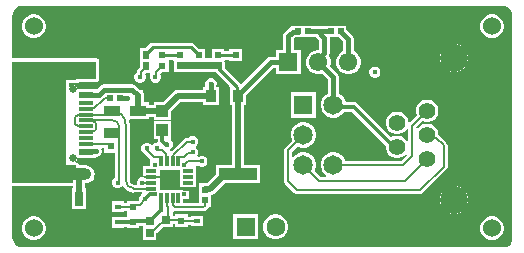
<source format=gbr>
%TF.GenerationSoftware,Altium Limited,Altium Designer,24.4.1 (13)*%
G04 Layer_Physical_Order=1*
G04 Layer_Color=3931*
%FSLAX45Y45*%
%MOMM*%
%TF.SameCoordinates,F106AC90-439F-428E-8782-533256F23A0D*%
%TF.FilePolarity,Positive*%
%TF.FileFunction,Copper,L1,Top,Signal*%
%TF.Part,Single*%
G01*
G75*
%TA.AperFunction,Conductor*%
%ADD10C,0.15240*%
%TA.AperFunction,SMDPad,CuDef*%
%ADD11R,0.40000X0.50000*%
%ADD12R,1.40000X0.90000*%
%ADD13R,1.40000X1.10000*%
%ADD14R,0.30000X0.30000*%
%ADD15R,0.90000X0.30000*%
%ADD16R,0.30000X0.90000*%
%ADD17R,1.80000X1.80000*%
%ADD18R,0.50000X0.40000*%
%ADD19R,0.57247X0.61535*%
%ADD20R,0.67248X0.66817*%
%ADD21R,0.65000X0.65000*%
%ADD22R,3.20000X1.00429*%
%ADD23R,0.89000X1.00429*%
%TA.AperFunction,SMDPad,SMDef*%
%ADD24R,0.65000X1.20000*%
%TA.AperFunction,SMDPad,CuDef*%
%ADD25R,0.55000X0.60000*%
%ADD26R,0.60000X0.55000*%
%TA.AperFunction,TestPad*%
%ADD27R,1.15000X0.60000*%
%TA.AperFunction,SMDPad,CuDef*%
%ADD28R,0.60000X0.50000*%
%ADD29R,0.50000X0.70000*%
%TA.AperFunction,TestPad*%
%ADD30R,1.15000X0.30000*%
%TA.AperFunction,SMDPad,CuDef*%
%ADD31R,1.00000X0.97500*%
%ADD32R,0.46818X0.47247*%
%TA.AperFunction,Conductor*%
%ADD33C,0.40000*%
%ADD34C,0.50800*%
%ADD35C,0.30000*%
%ADD36C,0.25400*%
%ADD37C,0.30800*%
%TA.AperFunction,ComponentPad*%
%ADD38C,1.55000*%
%ADD39R,1.55000X1.55000*%
%TA.AperFunction,ViaPad*%
%ADD40C,1.52400*%
%TA.AperFunction,ComponentPad*%
%ADD41C,1.40000*%
%ADD42R,1.40000X1.40000*%
%ADD43C,2.36000*%
%TA.AperFunction,TestPad*%
%ADD44O,2.10000X1.00000*%
%ADD45C,0.65000*%
%ADD46O,1.80000X1.00000*%
%TA.AperFunction,ComponentPad*%
%ADD47R,1.65000X1.65000*%
%ADD48C,1.65000*%
%ADD49R,1.60000X1.60000*%
%ADD50C,1.60000*%
%TA.AperFunction,ViaPad*%
%ADD51C,0.45000*%
%ADD52C,0.40000*%
G36*
X1705977Y1586689D02*
X1790000D01*
Y1525000D01*
X1410000D01*
Y1586689D01*
X1494024D01*
Y1590000D01*
X1545977D01*
Y1586689D01*
X1654024D01*
Y1590000D01*
X1705977D01*
Y1586689D01*
D02*
G37*
G36*
X100000Y2059999D02*
X4169998Y2060000D01*
X4169999Y2059999D01*
Y2059999D01*
X4170008D01*
X4181818Y2059216D01*
X4193335Y2056926D01*
X4207894Y2050896D01*
X4220997Y2042141D01*
X4232141Y2030998D01*
X4240896Y2017895D01*
X4246926Y2003336D01*
X4250000Y1987879D01*
X4250000Y1980000D01*
X4250000Y80000D01*
X4249999Y79999D01*
X4249999Y68064D01*
X4240865Y46012D01*
X4223987Y29134D01*
X4201934Y19999D01*
X4190000Y20000D01*
X99997D01*
X92117Y19999D01*
X76662Y23074D01*
X62102Y29105D01*
X49000Y37860D01*
X37857Y49003D01*
X29103Y62106D01*
X23073Y76666D01*
X19999Y92122D01*
X20000Y100001D01*
Y534103D01*
X532130D01*
Y515400D01*
X524600D01*
Y344600D01*
X640400D01*
Y515400D01*
X635720D01*
Y558149D01*
X640350D01*
X660034Y560741D01*
X678376Y568338D01*
X694126Y580424D01*
X706212Y596175D01*
X713810Y614516D01*
X716401Y634200D01*
X713810Y653883D01*
X706212Y672225D01*
X694126Y687976D01*
X678376Y700062D01*
X660034Y707659D01*
X640350Y710251D01*
X585798D01*
X583876Y719911D01*
X578262Y728312D01*
X569861Y733926D01*
X559950Y735898D01*
X553752D01*
X551226Y748598D01*
X553760Y749647D01*
X562903Y758790D01*
X567850Y770735D01*
Y770800D01*
X725750D01*
Y783711D01*
X730000D01*
X734472Y784600D01*
X739031D01*
X743242Y786345D01*
X747714Y787234D01*
X751505Y789767D01*
X755717Y791512D01*
X758941Y794735D01*
X762732Y797268D01*
X765265Y801060D01*
X768488Y804283D01*
X770233Y808495D01*
X772766Y812286D01*
X773656Y816758D01*
X775400Y820969D01*
Y825528D01*
X776290Y830000D01*
X775400Y834472D01*
Y839031D01*
X773656Y843242D01*
X773339Y844833D01*
X778427Y854093D01*
X781477Y857530D01*
X781483Y857533D01*
X797100D01*
Y817100D01*
X888833D01*
Y608079D01*
X882867Y605607D01*
X869392Y592133D01*
X862100Y574528D01*
Y555472D01*
X869392Y537867D01*
X882867Y524392D01*
X900472Y517100D01*
X919528D01*
X937133Y524392D01*
X944944Y532203D01*
X948623Y532798D01*
X960423Y530903D01*
X974742Y512242D01*
X996785Y495328D01*
X1022454Y484696D01*
X1050000Y481069D01*
Y481333D01*
X1113196D01*
X1114048Y480830D01*
X1116212Y476577D01*
X1112179Y462642D01*
X1098704Y449168D01*
X1091412Y431562D01*
Y421747D01*
X1082976Y413311D01*
X985977D01*
Y393667D01*
X960400D01*
Y405400D01*
X859600D01*
Y314600D01*
X960400D01*
Y326333D01*
X985977D01*
Y300977D01*
X985976D01*
Y289023D01*
X985977D01*
Y271191D01*
X960400D01*
Y275400D01*
X859600D01*
Y184600D01*
X960400D01*
Y188809D01*
X985977D01*
Y176689D01*
X1094024D01*
Y199023D01*
X1120976D01*
Y80977D01*
X1239024D01*
Y139181D01*
X1242895Y141768D01*
X1292581Y191453D01*
X1295120D01*
X1298372Y192100D01*
X1377900D01*
Y216333D01*
X1395977D01*
Y186689D01*
X1504024D01*
Y206333D01*
X1529600D01*
Y194600D01*
X1630400D01*
Y285400D01*
X1529600D01*
Y273667D01*
X1504024D01*
Y299024D01*
X1395977D01*
Y283667D01*
X1377900D01*
Y307900D01*
X1377900D01*
X1377866Y316862D01*
X1388811Y324807D01*
X1396323Y323313D01*
X1636980D01*
X1649864Y325876D01*
X1660786Y333174D01*
X1673806Y346194D01*
X1681104Y357116D01*
X1681872Y360976D01*
X1704024D01*
Y459450D01*
X1708653Y460371D01*
X1725457Y471599D01*
X1776929Y523071D01*
X1818743Y564886D01*
X2115400D01*
Y716115D01*
X1981795D01*
Y1223886D01*
X1999900D01*
Y1310545D01*
X2228065Y1538710D01*
X2253100D01*
Y1482100D01*
X2458900D01*
Y1687900D01*
X2402290D01*
Y1786826D01*
X2410550Y1795087D01*
X2433875D01*
X2433876Y1795087D01*
X2438350Y1795977D01*
X2566523D01*
Y1798711D01*
X2588326D01*
X2613711Y1773327D01*
Y1687900D01*
X2596453D01*
X2570282Y1680887D01*
X2546818Y1667340D01*
X2527660Y1648182D01*
X2514113Y1624718D01*
X2507100Y1598547D01*
Y1571453D01*
X2514113Y1545282D01*
X2527660Y1521818D01*
X2546818Y1502659D01*
X2570282Y1489112D01*
X2596453Y1482100D01*
X2623547D01*
X2642388Y1487148D01*
X2690711Y1438826D01*
Y1321867D01*
X2670748Y1310342D01*
X2650659Y1290252D01*
X2636453Y1265648D01*
X2629100Y1238205D01*
Y1209795D01*
X2636453Y1182352D01*
X2650659Y1157748D01*
X2670748Y1137659D01*
X2695352Y1123453D01*
X2722795Y1116100D01*
X2751205D01*
X2778648Y1123453D01*
X2803252Y1137659D01*
X2823342Y1157748D01*
X2827510Y1164968D01*
X2894150D01*
X3180581Y878538D01*
Y854457D01*
X3187083Y830193D01*
X3199642Y808439D01*
X3217404Y790677D01*
X3239158Y778118D01*
X3263421Y771616D01*
X3288541D01*
X3312804Y778118D01*
X3334558Y790677D01*
X3348613Y804733D01*
X3361329Y802409D01*
X3362615Y801549D01*
X3362894Y800506D01*
X3312055Y749667D01*
X2839685D01*
X2837547Y757648D01*
X2823342Y782252D01*
X2803252Y802342D01*
X2778648Y816547D01*
X2751205Y823900D01*
X2722795D01*
X2695352Y816547D01*
X2670748Y802342D01*
X2650659Y782252D01*
X2636453Y757648D01*
X2629100Y730205D01*
Y701795D01*
X2636453Y674352D01*
X2650659Y649748D01*
X2670748Y629659D01*
X2676449Y626367D01*
X2673046Y613667D01*
X2632945D01*
X2579416Y667197D01*
X2583547Y674352D01*
X2590900Y701795D01*
Y730205D01*
X2583547Y757648D01*
X2569342Y782252D01*
X2549252Y802342D01*
X2524648Y816547D01*
X2497205Y823900D01*
X2468795D01*
X2441352Y816547D01*
X2416748Y802342D01*
X2396659Y782252D01*
X2395935Y780998D01*
X2383667Y784285D01*
Y823055D01*
X2434197Y873584D01*
X2441352Y869453D01*
X2468795Y862100D01*
X2497205D01*
X2524648Y869453D01*
X2549252Y883659D01*
X2569342Y903748D01*
X2583547Y928352D01*
X2590900Y955795D01*
Y984205D01*
X2583547Y1011648D01*
X2569342Y1036252D01*
X2549252Y1056342D01*
X2524648Y1070547D01*
X2497205Y1077900D01*
X2468795D01*
X2441352Y1070547D01*
X2416748Y1056342D01*
X2396659Y1036252D01*
X2382453Y1011648D01*
X2375100Y984205D01*
Y955795D01*
X2382453Y928352D01*
X2386585Y921197D01*
X2326194Y860806D01*
X2318896Y849884D01*
X2316333Y837000D01*
Y580000D01*
X2318896Y567116D01*
X2326194Y556194D01*
X2406194Y476194D01*
X2417116Y468896D01*
X2430000Y466333D01*
X3470000D01*
X3482884Y468896D01*
X3493806Y476194D01*
X3693806Y676194D01*
X3701104Y687116D01*
X3703667Y700000D01*
Y880000D01*
X3701104Y892884D01*
X3693806Y903806D01*
X3628662Y968951D01*
X3625381Y971143D01*
Y981576D01*
X3618879Y1005839D01*
X3606320Y1027593D01*
X3588558Y1045355D01*
X3566804Y1057915D01*
X3542541Y1064416D01*
X3517421D01*
X3493158Y1057915D01*
X3471404Y1045355D01*
X3454013Y1027964D01*
X3451982Y1027973D01*
X3440688Y1030555D01*
X3439878Y1035301D01*
X3490329Y1085751D01*
X3493158Y1084118D01*
X3517421Y1077616D01*
X3542541D01*
X3566804Y1084118D01*
X3588558Y1096677D01*
X3606320Y1114439D01*
X3618879Y1136193D01*
X3625381Y1160457D01*
Y1185576D01*
X3618879Y1209839D01*
X3606320Y1231593D01*
X3588558Y1249355D01*
X3566804Y1261915D01*
X3542541Y1268416D01*
X3517421D01*
X3493158Y1261915D01*
X3471404Y1249355D01*
X3453642Y1231593D01*
X3441083Y1209839D01*
X3434581Y1185576D01*
Y1160457D01*
X3441083Y1136193D01*
X3442716Y1133364D01*
X3384081Y1074728D01*
X3371381Y1079989D01*
Y1083576D01*
X3364879Y1107839D01*
X3352320Y1129593D01*
X3334558Y1147355D01*
X3312804Y1159915D01*
X3288541Y1166416D01*
X3263421D01*
X3239158Y1159915D01*
X3217404Y1147355D01*
X3199642Y1129593D01*
X3187083Y1107839D01*
X3180581Y1083576D01*
Y1058457D01*
X3187083Y1034193D01*
X3199642Y1012439D01*
X3217404Y994677D01*
X3239158Y982118D01*
X3263421Y975616D01*
X3288541D01*
X3312804Y982118D01*
X3334558Y994677D01*
X3352320Y1012439D01*
X3356344Y1019409D01*
X3369044Y1016006D01*
Y922026D01*
X3356344Y918623D01*
X3352320Y925593D01*
X3334558Y943355D01*
X3312804Y955915D01*
X3288541Y962416D01*
X3263421D01*
X3239158Y955915D01*
X3227561Y949219D01*
X2940797Y1235983D01*
X2927301Y1245001D01*
X2911382Y1248167D01*
X2842231D01*
X2837547Y1265648D01*
X2823342Y1290252D01*
X2803252Y1310342D01*
X2783290Y1321867D01*
Y1457999D01*
X2783290Y1458000D01*
X2779766Y1475714D01*
X2769732Y1490732D01*
X2769731Y1490732D01*
X2707852Y1552612D01*
X2712900Y1571453D01*
Y1598547D01*
X2705888Y1624718D01*
X2697162Y1639831D01*
X2702766Y1648217D01*
X2706290Y1665931D01*
X2706289Y1665933D01*
Y1792499D01*
X2706290Y1792500D01*
X2709143Y1795977D01*
X2781060D01*
X2817711Y1759326D01*
Y1677093D01*
X2800818Y1667340D01*
X2781660Y1648182D01*
X2768113Y1624718D01*
X2761100Y1598547D01*
Y1571453D01*
X2768113Y1545282D01*
X2781660Y1521818D01*
X2800818Y1502659D01*
X2824282Y1489112D01*
X2850453Y1482100D01*
X2877547D01*
X2903718Y1489112D01*
X2927182Y1502659D01*
X2946341Y1521818D01*
X2959888Y1545282D01*
X2966900Y1571453D01*
Y1598547D01*
X2959888Y1624718D01*
X2946341Y1648182D01*
X2927182Y1667340D01*
X2910290Y1677093D01*
Y1778500D01*
X2906766Y1796214D01*
X2896732Y1811232D01*
X2896731Y1811232D01*
X2846523Y1861440D01*
Y1894024D01*
X2668477D01*
Y1891290D01*
X2607502D01*
X2607500Y1891290D01*
X2607499Y1891290D01*
X2566523D01*
Y1894024D01*
X2388477D01*
Y1887089D01*
X2373662Y1884142D01*
X2358645Y1874108D01*
X2358644Y1874107D01*
X2323268Y1838732D01*
X2313234Y1823714D01*
X2309710Y1806000D01*
X2309711Y1805999D01*
Y1687900D01*
X2253100D01*
Y1631289D01*
X2208893D01*
X2208892Y1631290D01*
X2191177Y1627766D01*
X2176160Y1617732D01*
X2176159Y1617731D01*
X1959093Y1400664D01*
X1946454Y1401909D01*
X1944533Y1404784D01*
X1815898Y1533420D01*
Y1586689D01*
X1814765Y1592381D01*
X1822141Y1605082D01*
X1854600D01*
Y1594600D01*
X1965400D01*
Y1695400D01*
X1854600D01*
Y1682775D01*
X1814024D01*
Y1699024D01*
X1705977D01*
Y1615898D01*
X1654024D01*
Y1699024D01*
X1600914D01*
X1560745Y1739192D01*
X1548142Y1747613D01*
X1533276Y1750570D01*
X1206724D01*
X1191858Y1747613D01*
X1179255Y1739192D01*
X1145463Y1705400D01*
X1099600D01*
Y1584600D01*
Y1542212D01*
X1081888Y1524500D01*
X1074590Y1513578D01*
X1072027Y1500694D01*
Y1499768D01*
X1059393Y1487133D01*
X1052100Y1469528D01*
Y1450472D01*
X1059393Y1432867D01*
X1072867Y1419393D01*
X1090472Y1412100D01*
X1109528D01*
X1127133Y1419393D01*
X1140608Y1432867D01*
X1147900Y1450472D01*
Y1469528D01*
X1141856Y1484119D01*
X1149058Y1493702D01*
X1150215Y1494600D01*
X1180266D01*
X1187225Y1481900D01*
X1182100Y1469528D01*
Y1450472D01*
X1189393Y1432867D01*
X1202867Y1419393D01*
X1220472Y1412100D01*
X1239528D01*
X1257133Y1419393D01*
X1270608Y1432867D01*
X1277900Y1450472D01*
Y1469528D01*
X1270608Y1487133D01*
X1270176Y1487564D01*
X1287212Y1504600D01*
X1345400D01*
Y1605082D01*
X1377859D01*
X1385235Y1592381D01*
X1384102Y1586689D01*
Y1525000D01*
X1385977Y1515577D01*
Y1500976D01*
X1400579D01*
X1410000Y1499102D01*
X1740340D01*
X1854169Y1385274D01*
X1860099Y1375114D01*
X1860100D01*
X1860100Y1375114D01*
Y1223886D01*
X1878205D01*
Y716115D01*
X1744600D01*
Y637242D01*
X1667377Y560019D01*
X1653224D01*
X1648219Y559024D01*
X1595976D01*
Y446689D01*
Y390647D01*
X1465400D01*
Y424600D01*
X1515400D01*
Y505400D01*
X1265400D01*
Y605400D01*
X1141598D01*
X1129528Y610400D01*
X1110472D01*
X1092867Y603108D01*
X1079393Y589633D01*
X1072100Y572028D01*
Y552972D01*
X1069223Y548667D01*
X1050000D01*
X1049684Y548604D01*
X1035091Y551507D01*
X1022452Y559952D01*
X1014007Y572591D01*
X1011104Y587184D01*
X1011167Y587500D01*
Y1057500D01*
X1011248D01*
X1008342Y1087007D01*
X1006100Y1094399D01*
X1013665Y1104600D01*
X1175400D01*
Y1121330D01*
X1214600D01*
Y1097100D01*
X1365400D01*
Y1172150D01*
X1440954Y1247705D01*
X1631100D01*
Y1223886D01*
X1770900D01*
Y1375115D01*
X1746789D01*
Y1387791D01*
X1747900Y1390472D01*
Y1409528D01*
X1740608Y1427133D01*
X1727133Y1440607D01*
X1709528Y1447900D01*
X1690472D01*
X1672867Y1440607D01*
X1659393Y1427133D01*
X1652100Y1409528D01*
Y1390472D01*
X1653201Y1387815D01*
X1647880Y1375115D01*
X1631100D01*
Y1351295D01*
X1419500D01*
X1399679Y1347353D01*
X1382875Y1336125D01*
X1292151Y1245400D01*
X1214600D01*
Y1224920D01*
X1175400D01*
Y1245400D01*
X1131795D01*
Y1290974D01*
X1133591Y1300000D01*
X1129648Y1319822D01*
X1127195Y1323492D01*
Y1350400D01*
X1101859D01*
X1067027Y1385232D01*
X1052010Y1395266D01*
X1034296Y1398790D01*
X1034294Y1398789D01*
X796567D01*
X796566Y1398790D01*
X778852Y1395266D01*
X763834Y1385232D01*
X763834Y1385231D01*
X738450Y1359847D01*
X725750Y1361600D01*
Y1361600D01*
X567850D01*
Y1361664D01*
X562903Y1373610D01*
X553760Y1382752D01*
X541815Y1387700D01*
X528886D01*
X516940Y1382752D01*
X508598Y1374409D01*
X504747Y1374753D01*
X495898Y1378067D01*
Y1404102D01*
X559950D01*
X569861Y1406074D01*
X578262Y1411688D01*
X580945Y1415702D01*
X725750D01*
X726036Y1415759D01*
X726323Y1415709D01*
X730980Y1416743D01*
X735660Y1417674D01*
X735903Y1417836D01*
X736188Y1417899D01*
X740096Y1420637D01*
X744062Y1423287D01*
X744224Y1423530D01*
X744463Y1423697D01*
X747027Y1427725D01*
X749676Y1431689D01*
X749733Y1431975D01*
X749890Y1432221D01*
X754140Y1443161D01*
X754967Y1447862D01*
X755898Y1452540D01*
Y1590000D01*
X753926Y1599911D01*
X748312Y1608313D01*
X739911Y1613926D01*
X730000Y1615898D01*
X20000D01*
Y1840000D01*
X20000Y1979999D01*
X20000Y1980000D01*
X20885Y1992333D01*
X23072Y2003336D01*
X29102Y2017895D01*
X37857Y2030999D01*
X49001Y2042142D01*
X62104Y2050897D01*
X76664Y2056927D01*
X92120Y2060000D01*
X100000Y2059999D01*
D02*
G37*
G36*
X730000Y1452540D02*
X725750Y1441600D01*
X559950D01*
Y1430000D01*
X470000D01*
Y710000D01*
X559950D01*
Y690800D01*
X559950Y690800D01*
X559742Y678186D01*
X548725Y670825D01*
X547300Y669399D01*
X536072Y652596D01*
X532130Y632775D01*
Y560000D01*
X20000D01*
Y1590000D01*
X730000D01*
Y1452540D01*
D02*
G37*
%LPC*%
G36*
X4093165Y1990000D02*
X4066835D01*
X4041401Y1983185D01*
X4018599Y1970020D01*
X3999980Y1951401D01*
X3986815Y1928599D01*
X3980000Y1903165D01*
Y1876835D01*
X3986815Y1851401D01*
X3999980Y1828599D01*
X4018599Y1809980D01*
X4041401Y1796815D01*
X4066835Y1790000D01*
X4093165D01*
X4118599Y1796815D01*
X4141401Y1809980D01*
X4160020Y1828599D01*
X4173185Y1851401D01*
X4180000Y1876835D01*
Y1903165D01*
X4173185Y1928599D01*
X4160020Y1951401D01*
X4141401Y1970020D01*
X4118599Y1983185D01*
X4093165Y1990000D01*
D02*
G37*
G36*
X213165D02*
X186835D01*
X161402Y1983185D01*
X138599Y1970020D01*
X119980Y1951401D01*
X106815Y1928599D01*
X100000Y1903165D01*
Y1876835D01*
X106815Y1851401D01*
X119980Y1828599D01*
X138599Y1809980D01*
X161402Y1796815D01*
X186835Y1790000D01*
X213165D01*
X238599Y1796815D01*
X261402Y1809980D01*
X280020Y1828599D01*
X293185Y1851401D01*
X300000Y1876835D01*
Y1903165D01*
X293185Y1928599D01*
X280020Y1951401D01*
X261402Y1970020D01*
X238599Y1983185D01*
X213165Y1990000D01*
D02*
G37*
G36*
X3775516Y1738016D02*
X3744446D01*
X3714435Y1729975D01*
X3687527Y1714440D01*
X3665558Y1692470D01*
X3650022Y1665563D01*
X3641981Y1635551D01*
Y1604481D01*
X3650022Y1574470D01*
X3665558Y1547563D01*
X3687527Y1525593D01*
X3714435Y1510058D01*
X3744446Y1502016D01*
X3775516D01*
X3805527Y1510058D01*
X3832435Y1525593D01*
X3854405Y1547563D01*
X3869940Y1574470D01*
X3877981Y1604481D01*
Y1635551D01*
X3869940Y1665563D01*
X3854405Y1692470D01*
X3832435Y1714440D01*
X3805527Y1729975D01*
X3775516Y1738016D01*
D02*
G37*
G36*
X3097028Y1547900D02*
X3077972D01*
X3060367Y1540608D01*
X3046893Y1527133D01*
X3039600Y1509528D01*
Y1490472D01*
X3046893Y1472867D01*
X3060367Y1459393D01*
X3077972Y1452100D01*
X3097028D01*
X3114633Y1459393D01*
X3128108Y1472867D01*
X3135400Y1490472D01*
Y1509528D01*
X3128108Y1527133D01*
X3114633Y1540608D01*
X3097028Y1547900D01*
D02*
G37*
G36*
X2590900Y1331900D02*
X2375100D01*
Y1116100D01*
X2590900D01*
Y1331900D01*
D02*
G37*
G36*
X1365400Y1082900D02*
X1214600D01*
Y934600D01*
X1248809D01*
Y915215D01*
X1238270Y903100D01*
X1229872D01*
X1212267Y895807D01*
X1199700Y883240D01*
X1187133Y895807D01*
X1169528Y903100D01*
X1150472D01*
X1132867Y895807D01*
X1119392Y882333D01*
X1112100Y864728D01*
Y845672D01*
X1119392Y828067D01*
X1132867Y814592D01*
X1141280Y811108D01*
X1184379Y768009D01*
X1184600Y755400D01*
X1184600Y755400D01*
X1184600Y755400D01*
Y705400D01*
X1124600D01*
Y624600D01*
X1265400D01*
Y674600D01*
X1434600D01*
Y624600D01*
Y524600D01*
X1575400D01*
Y624600D01*
Y705400D01*
X1585642Y711333D01*
X1588426D01*
X1595367Y704393D01*
X1612972Y697100D01*
X1632028D01*
X1649633Y704393D01*
X1663107Y717867D01*
X1670400Y735472D01*
Y754528D01*
X1663107Y772133D01*
X1649633Y785608D01*
X1632028Y792900D01*
X1612972D01*
X1595367Y785608D01*
X1595254Y785494D01*
X1585607Y792867D01*
X1592900Y810472D01*
Y829528D01*
X1585607Y847133D01*
X1573873Y858867D01*
X1572887Y866250D01*
X1573873Y873633D01*
X1585607Y885367D01*
X1592900Y902972D01*
Y922028D01*
X1585607Y939633D01*
X1572133Y953108D01*
X1554528Y960400D01*
X1535472D01*
X1517867Y953108D01*
X1510926Y946167D01*
X1493440D01*
X1480556Y943604D01*
X1469634Y936306D01*
X1368676Y835349D01*
X1355571Y835735D01*
X1357133Y846893D01*
X1370607Y860367D01*
X1377900Y877972D01*
Y897028D01*
X1370607Y914633D01*
X1363340Y921900D01*
X1365400Y934600D01*
X1365400D01*
X1365400Y934601D01*
Y1082900D01*
D02*
G37*
G36*
X3775516Y538016D02*
X3744446D01*
X3714435Y529975D01*
X3687527Y514440D01*
X3665558Y492470D01*
X3650022Y465562D01*
X3641981Y435551D01*
Y404481D01*
X3650022Y374470D01*
X3665558Y347562D01*
X3687527Y325593D01*
X3714435Y310058D01*
X3744446Y302016D01*
X3775516D01*
X3805527Y310058D01*
X3832435Y325593D01*
X3854405Y347562D01*
X3869940Y374470D01*
X3877981Y404481D01*
Y435551D01*
X3869940Y465562D01*
X3854405Y492470D01*
X3832435Y514440D01*
X3805527Y529975D01*
X3775516Y538016D01*
D02*
G37*
G36*
X2260876Y295400D02*
X2233124D01*
X2206317Y288217D01*
X2182283Y274341D01*
X2162659Y254717D01*
X2148783Y230683D01*
X2141600Y203876D01*
Y176124D01*
X2148783Y149317D01*
X2162659Y125283D01*
X2182283Y105659D01*
X2206317Y91783D01*
X2233124Y84600D01*
X2260876D01*
X2287683Y91783D01*
X2311717Y105659D01*
X2331341Y125283D01*
X2345217Y149317D01*
X2352400Y176124D01*
Y203876D01*
X2345217Y230683D01*
X2331341Y254717D01*
X2311717Y274341D01*
X2287683Y288217D01*
X2260876Y295400D01*
D02*
G37*
G36*
X2098400D02*
X1887600D01*
Y84600D01*
X2098400D01*
Y295400D01*
D02*
G37*
G36*
X4093165Y280000D02*
X4066835D01*
X4041401Y273185D01*
X4018599Y260020D01*
X3999980Y241402D01*
X3986815Y218599D01*
X3980000Y193165D01*
Y166835D01*
X3986815Y141402D01*
X3999980Y118599D01*
X4018599Y99980D01*
X4041401Y86815D01*
X4066835Y80000D01*
X4093165D01*
X4118599Y86815D01*
X4141401Y99980D01*
X4160020Y118599D01*
X4173185Y141402D01*
X4180000Y166835D01*
Y193165D01*
X4173185Y218599D01*
X4160020Y241402D01*
X4141401Y260020D01*
X4118599Y273185D01*
X4093165Y280000D01*
D02*
G37*
G36*
X213165D02*
X186835D01*
X161402Y273185D01*
X138599Y260020D01*
X119980Y241402D01*
X106815Y218599D01*
X100000Y193165D01*
Y166835D01*
X106815Y141402D01*
X119980Y118599D01*
X138599Y99980D01*
X161402Y86815D01*
X186835Y80000D01*
X213165D01*
X238599Y86815D01*
X261402Y99980D01*
X280020Y118599D01*
X293185Y141402D01*
X300000Y166835D01*
Y193165D01*
X293185Y218599D01*
X280020Y241402D01*
X261402Y260020D01*
X238599Y273185D01*
X213165Y280000D01*
D02*
G37*
%LPD*%
D10*
X977500Y587500D02*
G03*
X1050000Y515000I72500J0D01*
G01*
X867500Y985000D02*
G03*
X922500Y1040000I0J55000D01*
G01*
D02*
G03*
X871300Y1091200I-51200J0D01*
G01*
X727970Y1056200D02*
G03*
X700350Y1083820I-27620J0D01*
G01*
X977500Y1057500D02*
G03*
X860000Y1175000I-117500J0D01*
G01*
X700350Y998580D02*
G03*
X727970Y1026200I-0J27620D01*
G01*
X799047Y1280000D02*
X840000D01*
X845000Y1285000D01*
X787020Y1267972D02*
X799047Y1280000D01*
X787020Y1266172D02*
Y1267972D01*
X714027Y1193180D02*
X787020Y1266172D01*
X644830Y1193180D02*
X714027D01*
X642850Y1191200D02*
X644830Y1193180D01*
X1120000Y562500D02*
X1121250Y563750D01*
X1193750D02*
X1195000Y565000D01*
X1121250Y563750D02*
X1193750D01*
X1472474Y782500D02*
X1504279Y814306D01*
X1425000Y745000D02*
Y775000D01*
X1432380Y782380D01*
X1441188D01*
X1441308Y782500D02*
X1472474D01*
X1441188Y782380D02*
X1441308Y782500D01*
X1381394Y800455D02*
X1493440Y912500D01*
X1545000D01*
X1539306Y814306D02*
X1545000Y820000D01*
X1504279Y814306D02*
X1539306D01*
X1475000Y715000D02*
X1505000Y745000D01*
X1622500D01*
X910000Y565000D02*
Y573053D01*
X922500Y585553D02*
Y938692D01*
X910000Y573053D02*
X922500Y585553D01*
X885000Y985000D02*
X922380Y947620D01*
Y938812D02*
Y947620D01*
Y938812D02*
X922500Y938692D01*
X860000Y985000D02*
X885000D01*
X640870Y1043180D02*
X644830Y1039220D01*
X977500Y587500D02*
Y1057500D01*
X692730Y1083820D02*
X700350D01*
X642850Y1091200D02*
X871300D01*
X1050000Y515000D02*
X1195000D01*
X826200Y1141200D02*
X860000Y1175000D01*
X727970Y1026200D02*
Y1056200D01*
X700350Y998580D02*
X700350D01*
X655819Y998580D02*
X700350Y998580D01*
X642850Y1091200D02*
X692730Y1083820D01*
X642850Y991200D02*
X655819Y998580D01*
X642850Y1141200D02*
X826200D01*
X1375000Y745000D02*
X1381394Y751394D01*
Y800455D01*
X3470000Y500000D02*
X3670000Y700000D01*
X2350000Y580000D02*
X2430000Y500000D01*
X3470000D01*
X3344965Y580000D02*
X3529981Y765016D01*
X2483000Y716000D02*
X2619000Y580000D01*
X3344965D01*
X3670000Y700000D02*
Y880000D01*
X3604856Y945145D02*
X3670000Y880000D01*
X3326000Y716000D02*
X3402711Y792711D01*
X2737000Y716000D02*
X3326000D01*
X3402711Y792711D02*
Y1045746D01*
X3553853Y945145D02*
X3604856D01*
X3529981Y969016D02*
X3553853Y945145D01*
X2350000Y580000D02*
Y837000D01*
X2483000Y970000D01*
X3402711Y1045746D02*
X3529981Y1173016D01*
X642850Y891200D02*
X831300D01*
X850000Y872500D01*
X571673Y1043180D02*
X640870D01*
X552330Y1062523D02*
Y1119877D01*
Y1062523D02*
X571673Y1043180D01*
X552330Y1119877D02*
X571673Y1139220D01*
X640870D01*
X1700000Y1400000D02*
X1700500Y1399500D01*
Y1300000D02*
X1701000Y1299500D01*
X1930000D02*
Y1306108D01*
X640870Y1139220D02*
X642850Y1141200D01*
X1096346Y379069D02*
X1139312Y422034D01*
X1396323Y356980D02*
X1636980D01*
X1650000Y370000D01*
X1376980Y376323D02*
X1396323Y356980D01*
X2247000Y190000D02*
Y208000D01*
X1239400Y840000D02*
X1286697D01*
X1323020Y803677D01*
Y746980D02*
X1325000Y745000D01*
X1323020Y746980D02*
Y803677D01*
X1275000Y745000D02*
Y775000D01*
X1267620Y782380D02*
X1275000Y775000D01*
X1217620Y782380D02*
X1267620D01*
X1160000Y840000D02*
X1217620Y782380D01*
X1320000Y250000D02*
X1340000Y270000D01*
X1325000Y435000D02*
X1326980Y433020D01*
Y368849D02*
X1340000Y355829D01*
X1326980Y368849D02*
Y433020D01*
X1340000Y270000D02*
Y355829D01*
X1150000Y1545000D02*
Y1555000D01*
X1105694Y1500694D02*
X1150000Y1545000D01*
X1105694Y1465694D02*
Y1500694D01*
X1100000Y1460000D02*
X1105694Y1465694D01*
X1285000Y1555000D02*
X1290000D01*
X1267620Y1537620D02*
X1285000Y1555000D01*
X1267620Y1532620D02*
Y1537620D01*
X1235694Y1500694D02*
X1267620Y1532620D01*
X1235694Y1465694D02*
Y1500694D01*
X1230000Y1460000D02*
X1235694Y1465694D01*
X1650000Y370000D02*
Y417144D01*
X1375000Y435000D02*
X1376980Y433020D01*
Y376323D02*
Y433020D01*
X1180000Y139785D02*
X1205789Y165574D01*
X1219089D01*
X1278635Y225120D01*
X1295120D01*
X1320000Y250000D01*
X1450000Y242856D02*
X1452856Y240000D01*
X1580000D01*
X1320000Y250000D02*
X1442856D01*
X1450000Y242856D01*
X1037144Y360000D02*
X1040000Y357144D01*
X910000Y360000D02*
X1037144D01*
X1061004Y379069D02*
X1096346D01*
X1040000Y358065D02*
X1061004Y379069D01*
X1040000Y357144D02*
Y358065D01*
D11*
X1161795Y1300000D02*
D03*
X1081795D02*
D03*
D12*
X860000Y985000D02*
D03*
Y1175000D02*
D03*
X1080000D02*
D03*
D13*
Y1005000D02*
D03*
D14*
X1225000Y715000D02*
D03*
X1475000D02*
D03*
X1225000Y465000D02*
D03*
X1475000D02*
D03*
D15*
X1195000Y665000D02*
D03*
Y615000D02*
D03*
Y565000D02*
D03*
Y515000D02*
D03*
X1505000D02*
D03*
Y565000D02*
D03*
Y615000D02*
D03*
Y665000D02*
D03*
D16*
X1275000Y435000D02*
D03*
X1325000D02*
D03*
X1375000D02*
D03*
X1425000D02*
D03*
Y745000D02*
D03*
X1375000D02*
D03*
X1325000D02*
D03*
X1275000D02*
D03*
D17*
X1350000Y590000D02*
D03*
D18*
X910000Y230000D02*
D03*
Y150000D02*
D03*
X1580000Y240000D02*
D03*
Y160000D02*
D03*
X910000Y440000D02*
D03*
Y360000D02*
D03*
D19*
X1040000Y232856D02*
D03*
Y147144D02*
D03*
X1450000Y242856D02*
D03*
Y157144D02*
D03*
X1760000Y1557144D02*
D03*
Y1642856D02*
D03*
X1440000Y1557144D02*
D03*
Y1642856D02*
D03*
X1600000Y1557144D02*
D03*
Y1642856D02*
D03*
X1040000Y442856D02*
D03*
Y357144D02*
D03*
X1650000Y417144D02*
D03*
Y502856D02*
D03*
D20*
X1180000Y240215D02*
D03*
Y139785D02*
D03*
D21*
X1320000Y250000D02*
D03*
Y150000D02*
D03*
D22*
X1930000Y640500D02*
D03*
D23*
X1701000Y1299500D02*
D03*
X1930000D02*
D03*
X2159000D02*
D03*
D24*
X582500Y430000D02*
D03*
X717500D02*
D03*
D25*
X850000Y787500D02*
D03*
Y872500D02*
D03*
D26*
X930000Y1285000D02*
D03*
X845000D02*
D03*
D27*
X642850Y826200D02*
D03*
Y1306200D02*
D03*
Y1386200D02*
D03*
Y746200D02*
D03*
D28*
X1910000Y1645000D02*
D03*
Y1555000D02*
D03*
X1290000Y1645000D02*
D03*
Y1555000D02*
D03*
D29*
X1150000Y1645000D02*
D03*
Y1555000D02*
D03*
D30*
X642850Y1091200D02*
D03*
Y1041200D02*
D03*
Y991200D02*
D03*
Y1141200D02*
D03*
Y1191200D02*
D03*
Y1241200D02*
D03*
Y941200D02*
D03*
Y891200D02*
D03*
D31*
X1290000Y1008750D02*
D03*
Y1171250D02*
D03*
D32*
X2717285Y1845000D02*
D03*
X2797715D02*
D03*
X2517715D02*
D03*
X2437285D02*
D03*
D33*
X930000Y1285000D02*
X990000D01*
X750266Y1306200D02*
X796566Y1352500D01*
X1034296D01*
X642850Y1306200D02*
X750266D01*
X1034296Y1352500D02*
X1081795Y1305000D01*
Y1300000D02*
Y1305000D01*
X2610000Y1585000D02*
X2737000Y1458000D01*
Y1224000D02*
Y1458000D01*
X2610000Y1585000D02*
Y1615931D01*
X2208892Y1585000D02*
X2356000D01*
X1930000Y1306108D02*
X2208892Y1585000D01*
X2517715Y1845000D02*
X2607500D01*
X2660000Y1665931D02*
Y1792500D01*
X2607500Y1845000D02*
X2660000Y1792500D01*
X2607500Y1845000D02*
X2717285D01*
X2610000Y1615931D02*
X2660000Y1665931D01*
X2391376Y1841376D02*
X2433876D01*
X2356000Y1806000D02*
X2391376Y1841376D01*
X2356000Y1585000D02*
Y1806000D01*
X2433876Y1841376D02*
X2437285Y1844785D01*
Y1845000D01*
X2864000Y1585000D02*
Y1778500D01*
X2801124Y1841376D02*
X2864000Y1778500D01*
X2797715Y1845000D02*
X2801124Y1841591D01*
Y1841376D02*
Y1841591D01*
X642850Y826200D02*
X646650Y830000D01*
X730000D01*
X1700500Y1300000D02*
Y1399500D01*
D34*
X1080000Y1298205D02*
X1081795Y1300000D01*
X1080000Y1175000D02*
Y1298205D01*
X1740304Y559696D02*
X1821108Y640500D01*
X1688832Y508224D02*
X1740304Y559696D01*
X1081875Y1173125D02*
X1288125D01*
X1290000Y1171250D01*
X1080000Y1175000D02*
X1081875Y1173125D01*
X582500Y430000D02*
X583925Y431425D01*
Y632775D01*
X585350Y634200D01*
X1821108Y640500D02*
X1930000D01*
X1650000Y505000D02*
X1653224Y508224D01*
X1688832D01*
X1650000Y502856D02*
Y505000D01*
X1930000Y640500D02*
Y1299500D01*
X1290000Y1171250D02*
X1291250D01*
X1419500Y1299500D01*
X1701000D01*
D35*
X1314845Y890370D02*
X1327130D01*
X1290000Y915215D02*
X1314845Y890370D01*
X1327130D02*
X1330000Y887500D01*
X1275000Y335215D02*
Y435000D01*
X1139312Y422034D02*
X1182278Y465000D01*
X1290000Y915215D02*
Y1008750D01*
X1206004Y266219D02*
X1275000Y335215D01*
X1180000Y240215D02*
X1180215D01*
X1206004Y266004D01*
Y266219D01*
X1040000Y232856D02*
X1047359Y240215D01*
X1180000D01*
X910000Y230000D02*
X1037144D01*
X1040000Y232856D01*
X1182278Y465000D02*
X1225000D01*
D36*
X1760000Y1534380D02*
Y1557144D01*
X1917064Y1312436D02*
Y1377316D01*
X1760000Y1534380D02*
X1917064Y1377316D01*
Y1312436D02*
X1930000Y1299500D01*
X1150000Y1645000D02*
Y1655000D01*
X1206724Y1711724D02*
X1533276D01*
X1150000Y1655000D02*
X1206724Y1711724D01*
X1533276D02*
X1600000Y1645000D01*
Y1642856D02*
Y1645000D01*
X1290000D02*
X1291072Y1643928D01*
X1438928D01*
X1440000Y1642856D01*
X1760000D02*
X1761072Y1643928D01*
X1908928D01*
X1910000Y1645000D01*
X1350000Y580000D02*
X1360000D01*
X1350000Y590000D02*
X1360000Y580000D01*
D37*
X2911382Y1206568D02*
X3250933Y867016D01*
X2754432Y1206568D02*
X2911382D01*
X2737000Y1224000D02*
X2754432Y1206568D01*
X3250933Y867016D02*
X3275981D01*
D38*
X2864000Y1585000D02*
D03*
X2610000D02*
D03*
D39*
X2356000D02*
D03*
D40*
X4080000Y180000D02*
D03*
Y1890000D02*
D03*
X200000D02*
D03*
Y180000D02*
D03*
D41*
X3275981Y1071016D02*
D03*
X3529981Y1173016D02*
D03*
Y969016D02*
D03*
Y765016D02*
D03*
X3275981Y867016D02*
D03*
D42*
Y1275016D02*
D03*
D43*
X3759981Y1620016D02*
D03*
Y420016D02*
D03*
D44*
X585350Y634200D02*
D03*
Y1498200D02*
D03*
D45*
X535350Y1355200D02*
D03*
Y777200D02*
D03*
D46*
X167350Y1498200D02*
D03*
Y634200D02*
D03*
D47*
X2483000Y1224000D02*
D03*
D48*
X2737000D02*
D03*
X2483000Y970000D02*
D03*
Y716000D02*
D03*
X2737000Y970000D02*
D03*
Y716000D02*
D03*
D49*
X1993000Y190000D02*
D03*
D50*
X2247000D02*
D03*
D51*
X990000Y1285000D02*
D03*
X3087500Y1500000D02*
D03*
X1330000Y887500D02*
D03*
X1622500Y745000D02*
D03*
X1545000Y912500D02*
D03*
Y820000D02*
D03*
X910000Y565000D02*
D03*
X1120000Y562500D02*
D03*
X381000Y96520D02*
D03*
X4170000Y310000D02*
D03*
Y990000D02*
D03*
Y650000D02*
D03*
Y1370000D02*
D03*
Y1710000D02*
D03*
X770000Y100000D02*
D03*
X2130000D02*
D03*
X1790000D02*
D03*
X1450000D02*
D03*
X3190000D02*
D03*
X2850000D02*
D03*
X2510000D02*
D03*
X3570000D02*
D03*
X3910000D02*
D03*
Y2010000D02*
D03*
X3570000D02*
D03*
X2510000D02*
D03*
X2850000D02*
D03*
X3190000D02*
D03*
X1450000D02*
D03*
X1790000D02*
D03*
X2130000D02*
D03*
X1110000D02*
D03*
X770000D02*
D03*
X430000D02*
D03*
X100000Y1690000D02*
D03*
Y420000D02*
D03*
X1840000Y750000D02*
D03*
X1630000Y670000D02*
D03*
Y590000D02*
D03*
X1562500Y425000D02*
D03*
X1845000Y1027500D02*
D03*
X1840000Y1195000D02*
D03*
X1590000Y1210000D02*
D03*
X1420000Y947500D02*
D03*
X1422500Y1120000D02*
D03*
X1700000Y1400000D02*
D03*
X1050000Y900000D02*
D03*
X797500Y635000D02*
D03*
X832500Y495000D02*
D03*
X1050000Y770000D02*
D03*
X1410000Y530000D02*
D03*
Y650000D02*
D03*
X1290000Y530000D02*
D03*
Y650000D02*
D03*
X1050000Y640000D02*
D03*
X1740000Y560000D02*
D03*
X1139312Y422034D02*
D03*
X1239400Y855200D02*
D03*
X1160000D02*
D03*
X1275000Y335215D02*
D03*
X1230000Y1460000D02*
D03*
X1100000D02*
D03*
D52*
X730000Y830000D02*
D03*
%TF.MD5,ecb25ea717e246cc8cd55d95d93406fa*%
M02*

</source>
